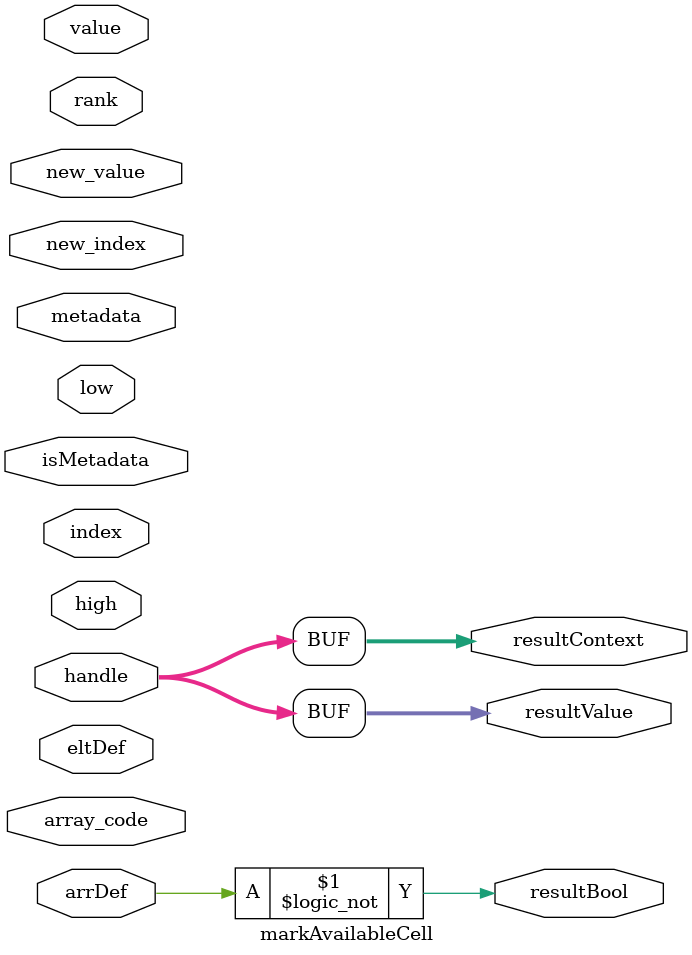
<source format=v>
`timescale 1ns / 1ps


module markAvailableCell(
        input[0:0] arrDef,
        input[7:0] handle,
        input[7:0] array_code,
        input[0:0] eltDef,
        input[7:0] rank,
        input[7:0] low,
        input[7:0] high,
        input[7:0] index,
        input[7:0] value,
        input[7:0] new_index,
        input[7:0] new_value,
        input[7:0] metadata,
        input[0:0] isMetadata,
        output[0:0] resultBool,
        output[7:0] resultValue,
        output[7:0] resultContext
    );
    
    assign resultBool = ! arrDef;
    assign resultContext = handle;
    assign resultValue = handle;
endmodule

</source>
